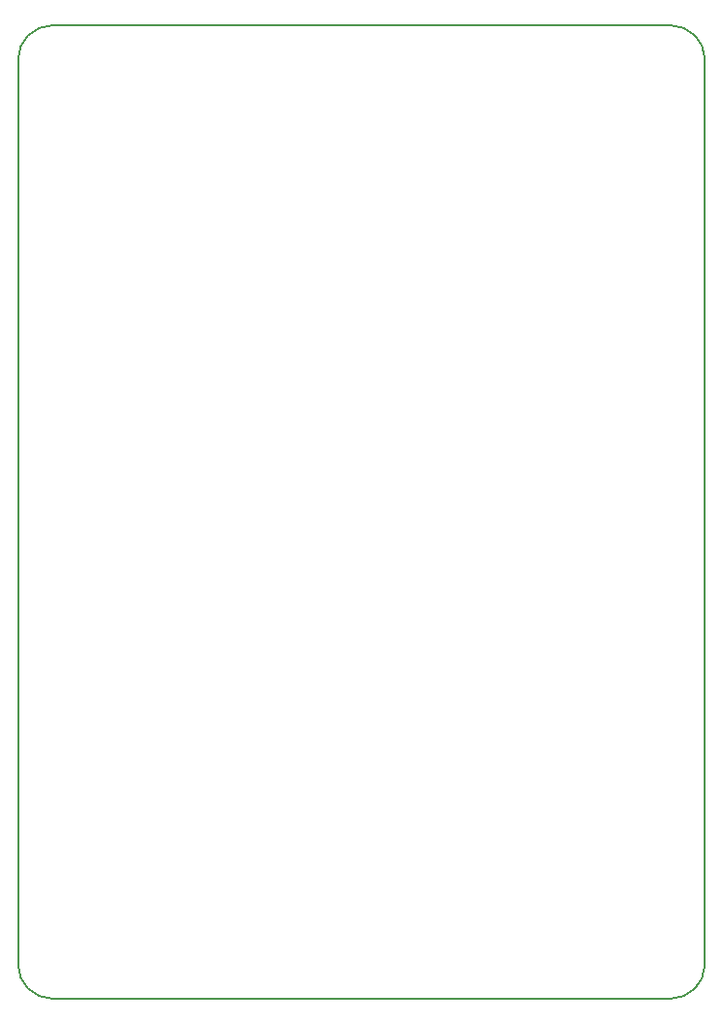
<source format=gm1>
G04 #@! TF.GenerationSoftware,KiCad,Pcbnew,(5.0.0)*
G04 #@! TF.CreationDate,2018-11-03T20:55:02-02:30*
G04 #@! TF.ProjectId,Power Distribution Board,506F7765722044697374726962757469,rev?*
G04 #@! TF.SameCoordinates,Original*
G04 #@! TF.FileFunction,Profile,NP*
%FSLAX46Y46*%
G04 Gerber Fmt 4.6, Leading zero omitted, Abs format (unit mm)*
G04 Created by KiCad (PCBNEW (5.0.0)) date 11/03/18 20:55:02*
%MOMM*%
%LPD*%
G01*
G04 APERTURE LIST*
%ADD10C,0.150000*%
G04 APERTURE END LIST*
D10*
X103000000Y-100000000D02*
G75*
G02X100000000Y-97000000I0J3000000D01*
G01*
X160000000Y-97000000D02*
G75*
G02X157000000Y-100000000I-3000000J0D01*
G01*
X157000000Y-15000000D02*
G75*
G02X160000000Y-18000000I0J-3000000D01*
G01*
X100000000Y-18000000D02*
G75*
G02X103000000Y-15000000I3000000J0D01*
G01*
X103000000Y-100000000D02*
X157000000Y-100000000D01*
X103000000Y-15000000D02*
X157000000Y-15000000D01*
X160000000Y-97000000D02*
X160000000Y-18000000D01*
X100000000Y-97000000D02*
X100000000Y-18000000D01*
M02*

</source>
